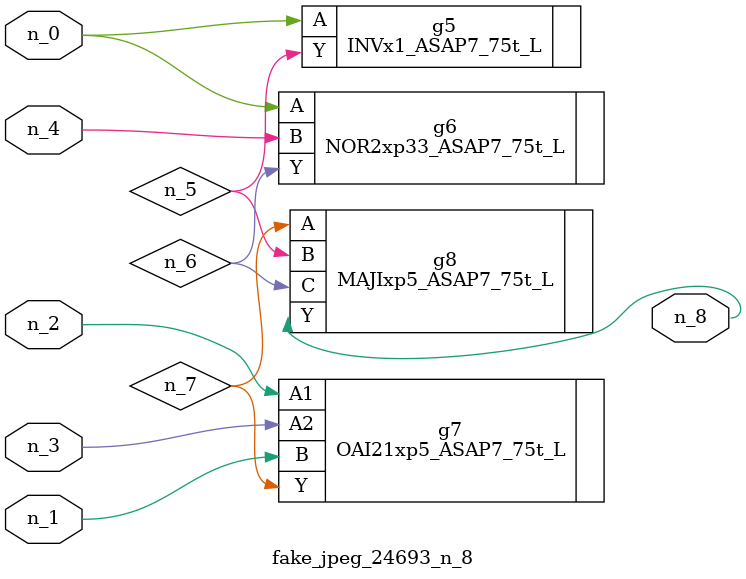
<source format=v>
module fake_jpeg_24693_n_8 (n_3, n_2, n_1, n_0, n_4, n_8);

input n_3;
input n_2;
input n_1;
input n_0;
input n_4;

output n_8;

wire n_6;
wire n_5;
wire n_7;

INVx1_ASAP7_75t_L g5 ( 
.A(n_0),
.Y(n_5)
);

NOR2xp33_ASAP7_75t_L g6 ( 
.A(n_0),
.B(n_4),
.Y(n_6)
);

OAI21xp5_ASAP7_75t_L g7 ( 
.A1(n_2),
.A2(n_3),
.B(n_1),
.Y(n_7)
);

MAJIxp5_ASAP7_75t_L g8 ( 
.A(n_7),
.B(n_5),
.C(n_6),
.Y(n_8)
);


endmodule
</source>
